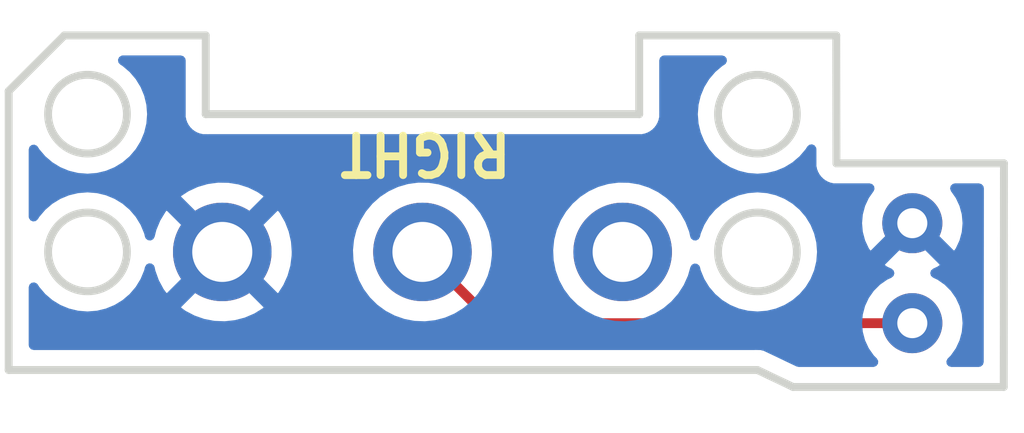
<source format=kicad_pcb>
(kicad_pcb (version 20211014) (generator pcbnew)
  (layers (0 "F.Cu" signal) (31 "B.Cu" signal) (34 "B.Paste" user) (35 "F.Paste" user) (36 "B.SilkS" user "B.Silkscreen") (37 "F.SilkS" user "F.Silkscreen") (38 "B.Mask" user) (39 "F.Mask" user) (44 "Edge.Cuts" user))
  (net 0 "")
  (net 1 "NO")
  (net 3 "GND")
  (footprint "133Library:2holes" (layer "F.Cu") (at 58.15 23.4)
    (fp_text reference "U1" hide)
    (fp_text value "2holes" hide)
    (pad "1" thru_hole circle locked (at 0 1.27) (size 1.524 1.524) (drill 0.762) (layers *.Cu *.Mask) (net 3 "GND"))
    (pad "2" thru_hole circle locked (at 0 3.81) (size 1.524 1.524) (drill 0.762) (layers *.Cu *.Mask) (net 1 "NO"))
  )
  (footprint "133Library:7305 Socket" (layer "F.Cu") (at 45.72 25.4)
    (fp_text reference "SW1" hide)
    (fp_text value "MouseSwitch" hide)
    (pad "1" thru_hole circle (at -5.08 0) (size 2.5 2.5) (drill 1.524) (layers *.Cu *.Mask) (net 3 "GND"))
    (pad "2" thru_hole circle (at 0 0) (size 2.5 2.5) (drill 1.524) (layers *.Cu *.Mask) (net 1 "NO"))
    (pad "3" thru_hole circle (at 5.08 0) (size 2.5 2.5) (drill 1.524) (layers *.Cu *.Mask))
  )
  (gr_line (start 56.225 23.15) (end 60.475 23.15) (layer "Edge.Cuts") (width 0.2))
  (gr_line (start 60.47 28.83051) (end 55.12259 28.83051) (layer "Edge.Cuts") (width 0.2))
  (gr_circle (center 37.22 25.4) (end 37.22 26.4) (layer "Edge.Cuts") (width 0.2) (fill none))
  (gr_line (start 54.22 28.4) (end 35.22 28.4) (layer "Edge.Cuts") (width 0.2))
  (gr_line (start 51.22 21.9) (end 51.22 19.9) (layer "Edge.Cuts") (width 0.2))
  (gr_line (start 36.63421 19.9) (end 40.22 19.9) (layer "Edge.Cuts") (width 0.2))
  (gr_line (start 60.475 23.15) (end 60.47 28.83051) (layer "Edge.Cuts") (width 0.2))
  (gr_line (start 55.12259 28.83051) (end 54.22 28.4) (layer "Edge.Cuts") (width 0.2))
  (gr_line (start 51.22 19.9) (end 56.22 19.9) (layer "Edge.Cuts") (width 0.2))
  (gr_line (start 56.22 19.9) (end 56.225 23.15) (layer "Edge.Cuts") (width 0.2))
  (gr_line (start 40.22 21.9) (end 51.22 21.9) (layer "Edge.Cuts") (width 0.2))
  (gr_line (start 35.22 28.4) (end 35.22 21.31421) (layer "Edge.Cuts") (width 0.2))
  (gr_circle (center 37.22 21.9) (end 37.22 22.900002) (layer "Edge.Cuts") (width 0.2) (fill none))
  (gr_circle (center 54.22 21.9) (end 54.22 22.900002) (layer "Edge.Cuts") (width 0.2) (fill none))
  (gr_circle (center 54.22 25.4) (end 54.22 26.4) (layer "Edge.Cuts") (width 0.2) (fill none))
  (gr_line (start 35.22 21.31421) (end 36.63421 19.9) (layer "Edge.Cuts") (width 0.2))
  (gr_line (start 40.22 19.9) (end 40.22 21.9) (layer "Edge.Cuts") (width 0.2))
  (gr_text "RIGHT\n" (at 45.8 22.9 180) (layer "F.SilkS") (effects (font (size 1 1) (thickness 0.2))))
  (segment (start 45.72 25.4) (end 47.53 27.21) (width 0.25) (layer "F.Cu") (net 1))
  (segment (start 47.53 27.21) (end 58.15 27.21) (width 0.25) (layer "F.Cu") (net 1))
  (zone (net 3) (net_name "GND") (layer "B.Cu") (connect_pads (clearance 0.508)) (min_thickness 0.254) (fill yes (thermal_gap 0.508) (thermal_bridge_width 0.508))
    (polygon (pts (xy 61 30) (xy 35 30) (xy 35 19) (xy 61 19)))
  )
)
</source>
